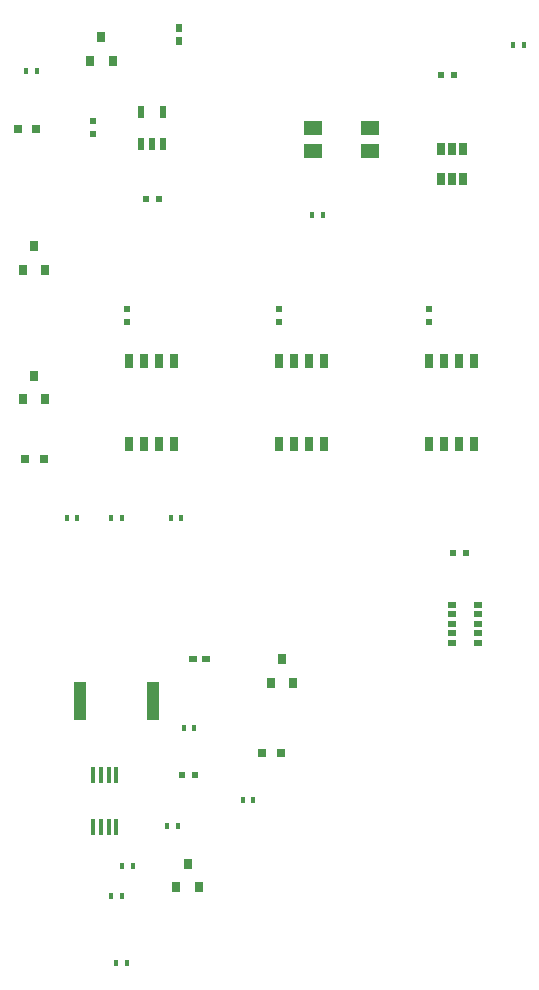
<source format=gbr>
G04 #@! TF.FileFunction,Paste,Top*
%FSLAX46Y46*%
G04 Gerber Fmt 4.6, Leading zero omitted, Abs format (unit mm)*
G04 Created by KiCad (PCBNEW 4.0.4-stable) date Thursday, May 25, 2017 'PMt' 12:49:11 PM*
%MOMM*%
%LPD*%
G01*
G04 APERTURE LIST*
%ADD10C,0.100000*%
%ADD11R,0.400000X0.600000*%
%ADD12R,0.600000X0.500000*%
%ADD13R,0.500000X0.600000*%
%ADD14R,0.800000X0.800000*%
%ADD15R,0.800000X0.900000*%
%ADD16R,1.000000X3.200000*%
%ADD17R,1.550000X1.300000*%
%ADD18R,0.760000X1.200000*%
%ADD19R,0.800000X0.500000*%
%ADD20R,0.750000X1.000000*%
%ADD21R,0.600000X1.050000*%
%ADD22R,0.450000X1.450000*%
%ADD23R,0.600000X0.800000*%
%ADD24R,0.800000X0.600000*%
G04 APERTURE END LIST*
D10*
D11*
X223450000Y-109000000D03*
X222550000Y-109000000D03*
D12*
X226550000Y-82000000D03*
X225450000Y-82000000D03*
D13*
X221000000Y-75450000D03*
X221000000Y-76550000D03*
D12*
X251450000Y-112000000D03*
X252550000Y-112000000D03*
X228550000Y-130800000D03*
X229650000Y-130800000D03*
D13*
X223900000Y-91350000D03*
X223900000Y-92450000D03*
X236700000Y-91350000D03*
X236700000Y-92450000D03*
X249400000Y-92450000D03*
X249400000Y-91350000D03*
D12*
X251550000Y-71500000D03*
X250450000Y-71500000D03*
D14*
X214600000Y-76100000D03*
X216200000Y-76100000D03*
X216800000Y-104000000D03*
X215200000Y-104000000D03*
D15*
X237000000Y-121000000D03*
X236040000Y-123000000D03*
X237950000Y-123000000D03*
X221700000Y-68300000D03*
X220740000Y-70300000D03*
X222650000Y-70300000D03*
X216000000Y-86000000D03*
X215040000Y-88000000D03*
X216950000Y-88000000D03*
X216000000Y-97000000D03*
X215040000Y-99000000D03*
X216950000Y-99000000D03*
D11*
X257450000Y-69000000D03*
X256550000Y-69000000D03*
X240450000Y-83400000D03*
X239550000Y-83400000D03*
X229550000Y-126800000D03*
X228650000Y-126800000D03*
X215350000Y-71200000D03*
X216250000Y-71200000D03*
X227550000Y-109000000D03*
X228450000Y-109000000D03*
X218750000Y-109000000D03*
X219650000Y-109000000D03*
X222550000Y-141000000D03*
X223450000Y-141000000D03*
D16*
X226100000Y-124500000D03*
X219900000Y-124500000D03*
D17*
X244425000Y-77950000D03*
X244425000Y-76050000D03*
X239575000Y-76050000D03*
X239575000Y-77950000D03*
D18*
X225265000Y-102800000D03*
X226535000Y-102800000D03*
X227805000Y-102800000D03*
X223995000Y-102800000D03*
X223995000Y-95720000D03*
X225265000Y-95720000D03*
X226535000Y-95720000D03*
X227805000Y-95720000D03*
X237965000Y-102800000D03*
X239235000Y-102800000D03*
X240505000Y-102800000D03*
X236695000Y-102800000D03*
X236695000Y-95720000D03*
X237965000Y-95720000D03*
X239235000Y-95720000D03*
X240505000Y-95720000D03*
X250665000Y-102800000D03*
X251935000Y-102800000D03*
X253205000Y-102800000D03*
X249395000Y-102800000D03*
X249395000Y-95720000D03*
X250665000Y-95720000D03*
X251935000Y-95720000D03*
X253205000Y-95720000D03*
D19*
X253600000Y-118000000D03*
X251400000Y-118000000D03*
X253600000Y-118800000D03*
X253600000Y-119600000D03*
X253600000Y-117200000D03*
X253600000Y-116400000D03*
X251400000Y-117200000D03*
X251400000Y-116400000D03*
X251400000Y-118800000D03*
X251400000Y-119600000D03*
D20*
X251380000Y-80360000D03*
X250430000Y-80360000D03*
X252330000Y-80360000D03*
X252330000Y-77760000D03*
X251380000Y-77760000D03*
X250430000Y-77760000D03*
D21*
X225050000Y-77350000D03*
X226000000Y-77350000D03*
X226950000Y-77350000D03*
X225050000Y-74650000D03*
X226950000Y-74650000D03*
D22*
X221675000Y-135200000D03*
X221025000Y-135200000D03*
X222325000Y-135200000D03*
X222975000Y-135200000D03*
X221025000Y-130800000D03*
X221675000Y-130800000D03*
X222325000Y-130800000D03*
X222975000Y-130800000D03*
D23*
X228300000Y-67550000D03*
X228300000Y-68650000D03*
D24*
X229450000Y-121000000D03*
X230550000Y-121000000D03*
D14*
X235300000Y-128900000D03*
X236900000Y-128900000D03*
D11*
X233650000Y-132900000D03*
X234550000Y-132900000D03*
X227250000Y-135100000D03*
X228150000Y-135100000D03*
X223850000Y-146700000D03*
X222950000Y-146700000D03*
D15*
X229000000Y-138300000D03*
X228040000Y-140300000D03*
X229950000Y-140300000D03*
D11*
X223450000Y-138500000D03*
X224350000Y-138500000D03*
M02*

</source>
